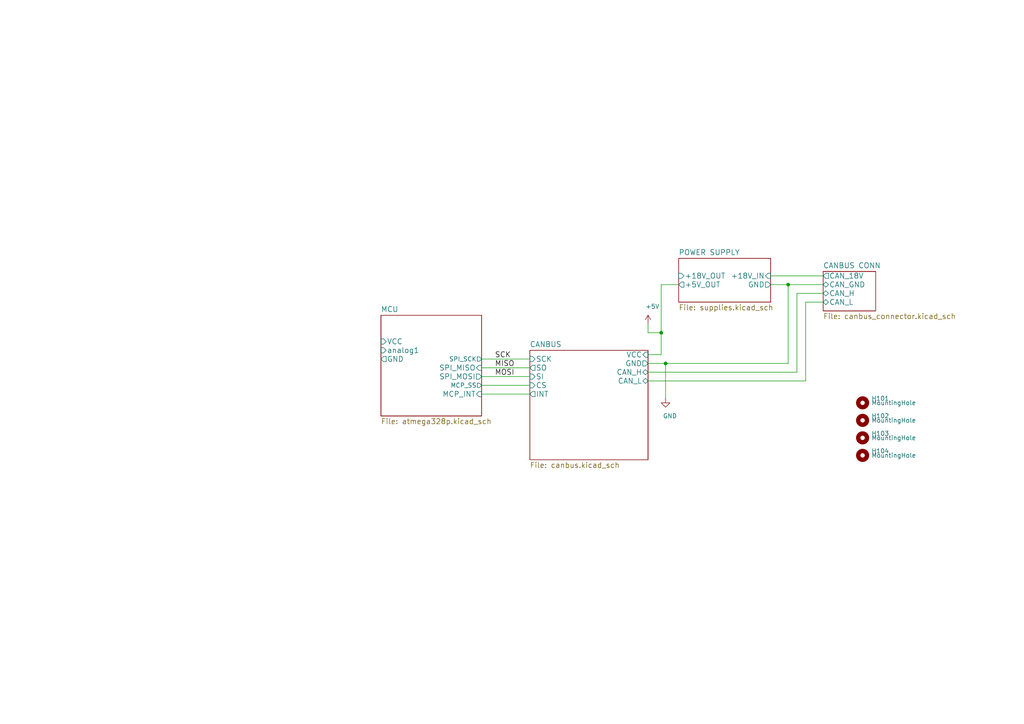
<source format=kicad_sch>
(kicad_sch (version 20211123) (generator eeschema)
  (paper "A4")
  (lib_symbols
    (symbol "Mechanical:MountingHole" (pin_names (offset 1.016))
      (property "Reference" "H" (at 0 5.08 0))
      (property "Value" "MountingHole" (at 0 3.175 0))
      (symbol "MountingHole_0_1"
        (circle (center 0 0) (radius 1.27) (stroke (width 1.27)))
      )
    )
    (symbol "power:+5V" (power) (pin_names (offset 0))
      (property "Value" "+5V" (at 0 3.556 0))
      (symbol "+5V_0_1"
        (polyline (pts (xy -0.762 1.27) (xy 0 2.54)))
        (polyline (pts (xy 0 0) (xy 0 2.54)))
        (polyline (pts (xy 0 2.54) (xy 0.762 1.27)))
      )
      (symbol "+5V_1_1"
        (pin power_in line (at 0 0 90) (length 0) hide (name "+5V") (number "1"))
      )
    )
    (symbol "power:GND" (power) (pin_names (offset 0))
      (property "Value" "GND" (at 0 -3.81 0))
      (symbol "GND_0_1"
        (polyline (pts (xy 0 0) (xy 0 -1.27) (xy 1.27 -1.27) (xy 0 -2.54) (xy -1.27 -1.27) (xy 0 -1.27)))
      )
      (symbol "GND_1_1"
        (pin power_in line (at 0 0 270) (length 0) hide (name "GND") (number "1"))
      )
    )
  )
  (junction (at 193.04 105.41))
  (junction (at 228.6 82.55))
  (junction (at 191.77 96.52))
  (wire (pts (xy 196.85 82.55) (xy 191.77 82.55)))
  (wire (pts (xy 238.76 80.01) (xy 223.52 80.01)))
  (wire (pts (xy 187.96 96.52) (xy 191.77 96.52)))
  (wire (pts (xy 228.6 82.55) (xy 228.6 105.41)))
  (wire (pts (xy 238.76 85.09) (xy 231.14 85.09)))
  (wire (pts (xy 231.14 107.95) (xy 187.96 107.95)))
  (wire (pts (xy 193.04 105.41) (xy 187.96 105.41)))
  (wire (pts (xy 139.7 109.22) (xy 153.67 109.22)))
  (wire (pts (xy 187.96 110.49) (xy 233.68 110.49)))
  (wire (pts (xy 223.52 82.55) (xy 228.6 82.55)))
  (wire (pts (xy 233.68 87.63) (xy 238.76 87.63)))
  (wire (pts (xy 153.67 111.76) (xy 139.7 111.76)))
  (wire (pts (xy 191.77 96.52) (xy 191.77 102.87)))
  (wire (pts (xy 153.67 104.14) (xy 139.7 104.14)))
  (wire (pts (xy 191.77 102.87) (xy 187.96 102.87)))
  (wire (pts (xy 231.14 85.09) (xy 231.14 107.95)))
  (wire (pts (xy 153.67 114.3) (xy 139.7 114.3)))
  (wire (pts (xy 233.68 110.49) (xy 233.68 87.63)))
  (wire (pts (xy 228.6 82.55) (xy 238.76 82.55)))
  (wire (pts (xy 153.67 106.68) (xy 139.7 106.68)))
  (wire (pts (xy 187.96 93.98) (xy 187.96 96.52)))
  (wire (pts (xy 228.6 105.41) (xy 193.04 105.41)))
  (wire (pts (xy 191.77 82.55) (xy 191.77 96.52)))
  (wire (pts (xy 193.04 105.41) (xy 193.04 115.57)))
  (label "SCK" (at 143.51 104.14 0) (effects (font (size 1.524 1.524))))
  (label "MISO" (at 143.51 106.68 0) (effects (font (size 1.524 1.524))))
  (label "MOSI" (at 143.51 109.22 0) (effects (font (size 1.524 1.524))))
  (symbol (lib_id "power:GND") (at 193.04 115.57 0) (unit 1)
    (property "Reference" "#PWR0103" (effects hide))
    (property "Value" "GND" (at 194.31 120.65 0))
  )
  (symbol (lib_id "power:+5V") (at 187.96 93.98 0) (unit 1)
    (property "Reference" "#PWR0105" (effects hide))
    (property "Value" "+5V" (at 189.23 88.9 0))
  )
  (symbol (lib_id "Mechanical:MountingHole") (at 250.19 132.08 0) (unit 1)
    (property "Reference" "H104" (at 252.73 130.81 0) (effects (justify left)))
    (property "Value" "MountingHole" (at 252.73 132.08 0) (effects (justify left)))
    (property "Footprint" "MountingHole:MountingHole_3.2mm_M3" (effects hide))
  )
  (symbol (lib_id "Mechanical:MountingHole") (at 250.19 127 0) (unit 1)
    (property "Reference" "H103" (at 252.73 125.73 0) (effects (justify left)))
    (property "Value" "MountingHole" (at 252.73 127 0) (effects (justify left)))
    (property "Footprint" "MountingHole:MountingHole_3.2mm_M3" (effects hide))
  )
  (symbol (lib_id "Mechanical:MountingHole") (at 250.19 121.92 0) (unit 1)
    (property "Reference" "H102" (at 252.73 120.65 0) (effects (justify left)))
    (property "Value" "MountingHole" (at 252.73 121.92 0) (effects (justify left)))
    (property "Footprint" "MountingHole:MountingHole_3.2mm_M3" (effects hide))
  )
  (symbol (lib_id "Mechanical:MountingHole") (at 250.19 116.84 0) (unit 1)
    (property "Reference" "H101" (at 252.73 115.57 0) (effects (justify left)))
    (property "Value" "MountingHole" (at 252.73 116.84 0) (effects (justify left)))
    (property "Footprint" "MountingHole:MountingHole_3.2mm_M3" (effects hide))
  )
  (sheet (at 153.67 101.6) (size 34.29 31.75)
    (property "Sheet name" "CANBUS" (at 153.67 100.7614 0) (effects (font (size 1.524 1.524)) (justify left bottom)))
    (property "Sheet file" "canbus.kicad_sch" (at 153.67 134.0362 0) (effects (font (size 1.524 1.524)) (justify left top)))
    (pin "SI" input (at 153.67 109.22 180) (effects (font (size 1.524 1.524))))
    (pin "SO" output (at 153.67 106.68 180) (effects (font (size 1.524 1.524))))
    (pin "CS" input (at 153.67 111.76 180) (effects (font (size 1.524 1.524))))
    (pin "SCK" input (at 153.67 104.14 180) (effects (font (size 1.524 1.524))))
    (pin "INT" output (at 153.67 114.3 180) (effects (font (size 1.524 1.524))))
    (pin "GND" output (at 187.96 105.41 0) (effects (font (size 1.524 1.524))))
    (pin "VCC" input (at 187.96 102.87 0) (effects (font (size 1.524 1.524))))
    (pin "CAN_H" bidirectional (at 187.96 107.95 0) (effects (font (size 1.524 1.524))))
    (pin "CAN_L" bidirectional (at 187.96 110.49 0) (effects (font (size 1.524 1.524))))
  )
  (sheet (at 110.49 91.44) (size 29.21 29.21)
    (property "Sheet name" "MCU" (at 110.49 90.6014 0) (effects (font (size 1.524 1.524)) (justify left bottom)))
    (property "Sheet file" "atmega328p.kicad_sch" (at 110.49 121.3362 0) (effects (font (size 1.524 1.524)) (justify left top)))
    (pin "SPI_MISO" input (at 139.7 106.68 0) (effects (font (size 1.524 1.524))))
    (pin "SPI_MOSI" output (at 139.7 109.22 0) (effects (font (size 1.524 1.524))))
    (pin "MCP_INT" input (at 139.7 114.3 0) (effects (font (size 1.524 1.524))))
    (pin "VCC" input (at 110.49 99.06 180) (effects (font (size 1.524 1.524))))
    (pin "GND" output (at 110.49 104.14 180) (effects (font (size 1.524 1.524))))
    (pin "analog1" input (at 110.49 101.6 180) (effects (font (size 1.524 1.524))))
    (pin "SPI_SCK" output (at 139.7 104.14 0))
    (pin "MCP_SS" output (at 139.7 111.76 0))
  )
  (sheet (at 196.85 74.93) (size 26.67 12.7)
    (property "Sheet name" "POWER SUPPLY" (at 196.85 74.0914 0) (effects (font (size 1.524 1.524)) (justify left bottom)))
    (property "Sheet file" "supplies.kicad_sch" (at 196.85 88.3162 0) (effects (font (size 1.524 1.524)) (justify left top)))
    (pin "GND" output (at 223.52 82.55 0) (effects (font (size 1.524 1.524))))
    (pin "+5V_OUT" output (at 196.85 82.55 180) (effects (font (size 1.524 1.524))))
    (pin "+18V_IN" input (at 223.52 80.01 0) (effects (font (size 1.524 1.524))))
    (pin "+18V_OUT" input (at 196.85 80.01 180) (effects (font (size 1.524 1.524))))
  )
  (sheet (at 238.76 78.74) (size 15.24 11.43)
    (property "Sheet name" "CANBUS CONN" (at 238.76 77.9014 0) (effects (font (size 1.524 1.524)) (justify left bottom)))
    (property "Sheet file" "canbus_connector.kicad_sch" (at 238.76 90.8562 0) (effects (font (size 1.524 1.524)) (justify left top)))
    (pin "CAN_H" bidirectional (at 238.76 85.09 180) (effects (font (size 1.524 1.524))))
    (pin "CAN_L" bidirectional (at 238.76 87.63 180) (effects (font (size 1.524 1.524))))
    (pin "CAN_18V" output (at 238.76 80.01 180) (effects (font (size 1.524 1.524))))
    (pin "CAN_GND" bidirectional (at 238.76 82.55 180) (effects (font (size 1.524 1.524))))
  )
)
</source>
